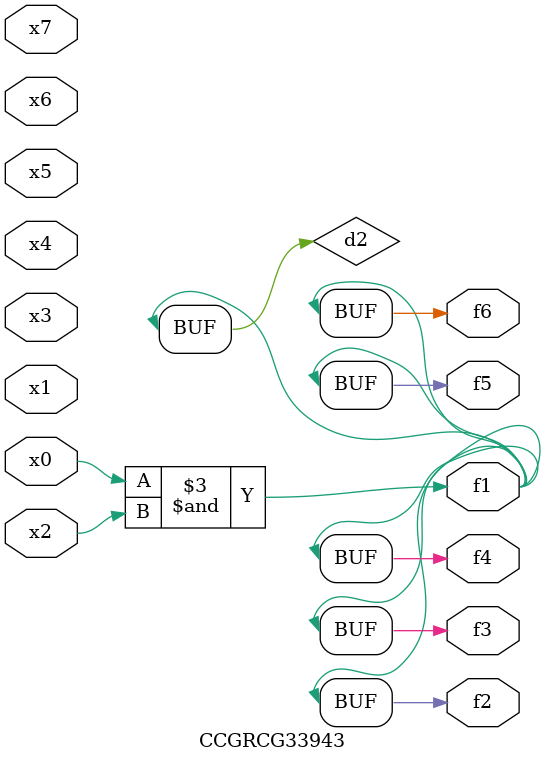
<source format=v>
module CCGRCG33943(
	input x0, x1, x2, x3, x4, x5, x6, x7,
	output f1, f2, f3, f4, f5, f6
);

	wire d1, d2;

	nor (d1, x3, x6);
	and (d2, x0, x2);
	assign f1 = d2;
	assign f2 = d2;
	assign f3 = d2;
	assign f4 = d2;
	assign f5 = d2;
	assign f6 = d2;
endmodule

</source>
